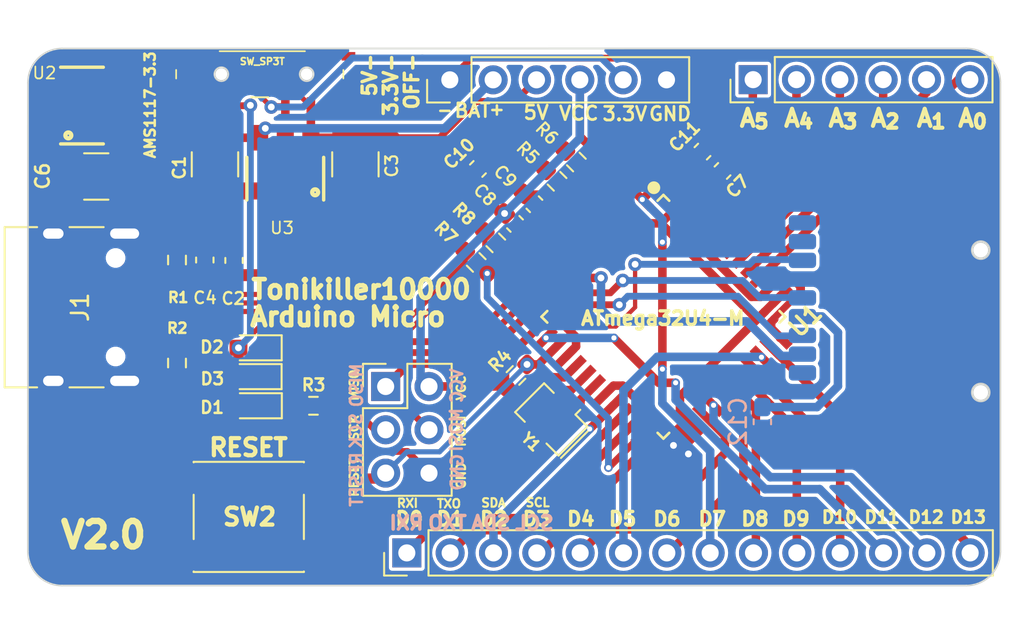
<source format=kicad_pcb>
(kicad_pcb (version 20240108) (generator "pcbnew") (generator_version "8.0")
  (layers (0 "F.Cu" signal) (31 "B.Cu" signal) (34 "B.Paste" user) (35 "F.Paste" user) (36 "B.SilkS" user "B.Silkscreen") (37 "F.SilkS" user "F.Silkscreen") (38 "B.Mask" user) (39 "F.Mask" user) (44 "Edge.Cuts" user))
  (net 0 "")
  (net 1 "VBUS")
  (net 2 "GND")
  (net 3 "VCC")
  (net 4 "D7")
  (net 5 "+3.3V")
  (net 6 "+3V3")
  (net 7 "D0{slash}RXI")
  (net 8 "D1{slash}TXO")
  (net 9 "D2")
  (net 10 "D3")
  (net 11 "D4")
  (net 12 "D5")
  (net 13 "A5")
  (net 14 "A4")
  (net 15 "A3")
  (net 16 "A2")
  (net 17 "A1")
  (net 18 "A0")
  (net 19 "VIN")
  (net 20 "MISO")
  (net 21 "SCK")
  (net 22 "RESET")
  (net 23 "MOSI")
  (net 24 "Net-(J1-CC1)")
  (net 25 "Net-(J1-CC2)")
  (net 26 "D+")
  (net 27 "D-")
  (net 28 "Net-(D2-K)")
  (net 29 "SD_CS")
  (net 30 "Net-(D1-K)")
  (net 31 "Net-(D3-K)")
  (net 33 "Net-(U1-AREF)")
  (net 34 "Net-(U1-VBUS)")
  (net 35 "Net-(U1-UCAP)")
  (net 36 "Net-(U1-D+)")
  (net 37 "Net-(U1-D-)")
  (net 38 "Net-(U1-PD5)")
  (net 39 "D11")
  (net 40 "Net-(U1-XTAL2)")
  (net 41 "Net-(U1-XTAL1)")
  (net 42 "D12")
  (net 43 "D6")
  (net 44 "D8")
  (net 45 "D9")
  (net 46 "D10")
  (net 47 "D13")
  (footprint "Capacitor_SMD:C_0603_1608Metric_Pad1.08x0.95mm_HandSolder" (layer "F.Cu") (at 123.805235 87.824765 90)
    (property "Reference" "C4")
    (property "Value" "10uF" (hide yes))
  )
  (footprint "ATmega32U4" (layer "F.Cu") (at 150.685235 91.154765 -45)
    (property "Reference" "U1")
    (property "Value" "ATmega32U4-M")
  )
  (footprint "Capacitor_SMD:C_0603_1608Metric_Pad1.08x0.95mm_HandSolder" (layer "F.Cu") (at 154.150059 82.598774 45)
    (property "Reference" "C7")
    (property "Value" "0.1uF")
  )
  (footprint "Capacitor_SMD:C_0603_1608Metric_Pad1.08x0.95mm_HandSolder" (layer "F.Cu") (at 141.985235 85.704765 135)
    (property "Reference" "C8")
    (property "Value" "1uF")
  )
  (footprint "Capacitor_SMD:C_0603_1608Metric_Pad1.08x0.95mm_HandSolder" (layer "F.Cu") (at 143.123677 84.552181 -45)
    (property "Reference" "C9")
    (property "Value" "1uF")
  )
  (footprint "Crystal:Resonator_SMD_Murata_CSTxExxV-3Pin_3.0x1.1mm" (layer "F.Cu") (at 144.115235 97.174765 135)
    (property "Reference" "Y1")
    (property "Value" "16MHz")
  )
  (footprint "Resistor_SMD:R_0603_1608Metric_Pad0.98x0.95mm_HandSolder" (layer "F.Cu") (at 142.045235 94.594765 45)
    (property "Reference" "R4")
    (property "Value" "10K")
  )
  (footprint "Capacitor_SMD:C_0603_1608Metric_Pad1.08x0.95mm_HandSolder" (layer "F.Cu") (at 152.975235 81.464765 -135)
    (property "Reference" "C11")
    (property "Value" "0.1uF")
  )
  (footprint "Connector_PinHeader_2.54mm:PinHeader_1x06_P2.54mm_Vertical" (layer "F.Cu") (at 155.945235 77.244765 90)
    (property "Reference" "J7" (hide yes))
    (property "Value" "Conn_01x06")
  )
  (footprint "MSK12C02:MSK12C02" (layer "F.Cu") (at 127.175 76.875 180)
    (property "Reference" "SW1" (hide yes))
    (property "Value" "SW_SP3T")
    (fp_circle (center 2.4 -0.05) (end 2.8 -0.05) (stroke (width 0.12)) (fill none) (layer "Edge.Cuts"))
    (fp_circle (center -2.6 -0.05) (end -2.2 -0.05) (stroke (width 0.12)) (fill none) (layer "Edge.Cuts"))
  )
  (footprint "Resistor_SMD:R_0603_1608Metric_Pad0.98x0.95mm_HandSolder" (layer "F.Cu") (at 130.172011 96.374765 180)
    (property "Reference" "R3")
    (property "Value" "1K")
  )
  (footprint "Resistor_SMD:R_0603_1608Metric_Pad0.98x0.95mm_HandSolder" (layer "F.Cu") (at 122.175235 93.867265 -90)
    (property "Reference" "R2")
    (property "Value" "5K1" (hide yes))
  )
  (footprint "LED_SMD:LED_0603_1608Metric_Pad1.05x0.95mm_HandSolder" (layer "F.Cu") (at 126.652011 92.974765 180)
    (property "Reference" "D2")
    (property "Value" "RX_LED")
  )
  (footprint "Resistor_SMD:R_0603_1608Metric_Pad0.98x0.95mm_HandSolder" (layer "F.Cu") (at 140.860393 86.818948 -45)
    (property "Reference" "R8")
    (property "Value" "330R")
  )
  (footprint "Capacitor_SMD:C_1210_3225Metric_Pad1.33x2.70mm_HandSolder" (layer "F.Cu") (at 124.40125 82.2125 -90)
    (property "Reference" "C1")
    (property "Value" "100uF")
  )
  (footprint "Capacitor_SMD:C_0603_1608Metric_Pad1.08x0.95mm_HandSolder" (layer "F.Cu") (at 125.517735 87.849765 90)
    (property "Reference" "C2")
    (property "Value" "0.1uF" (hide yes))
  )
  (footprint "78L05:PK(R-PSSO-F3)" (layer "F.Cu") (at 115.355235 78.764765 90)
    (property "Reference" "U2")
    (property "Value" "AMS1117-3.3")
  )
  (footprint "Resistor_SMD:R_0603_1608Metric_Pad0.98x0.95mm_HandSolder" (layer "F.Cu") (at 122.175235 87.824765 90)
    (property "Reference" "R1")
    (property "Value" "5K1" (hide yes))
  )
  (footprint "Connector_USB:USB_C_Receptacle_HRO_TYPE-C-31-M-12" (layer "F.Cu") (at 115.975235 90.594765 -90)
    (property "Reference" "J1")
    (property "Value" "USB-C" (hide yes))
  )
  (footprint "Connector_PinHeader_2.54mm:PinHeader_1x06_P2.54mm_Vertical" (layer "F.Cu") (at 138.165235 77.254765 90)
    (property "Reference" "J6" (hide yes))
    (property "Value" "Conn_01x06")
  )
  (footprint "Connector_PinHeader_2.54mm:PinHeader_2x03_P2.54mm_Vertical" (layer "F.Cu") (at 134.405235 95.244765)
    (property "Reference" "J5" (hide yes))
    (property "Value" "ICSP")
  )
  (footprint "Resistor_SMD:R_0603_1608Metric_Pad0.98x0.95mm_HandSolder" (layer "F.Cu") (at 144.45127 83.206911 135)
    (property "Reference" "R5")
    (property "Value" "22R")
  )
  (footprint "Resistor_SMD:R_0603_1608Metric_Pad0.98x0.95mm_HandSolder" (layer "F.Cu") (at 139.712011 87.964765 -45)
    (property "Reference" "R7")
    (property "Value" "330R")
  )
  (footprint "LED_SMD:LED_0603_1608Metric_Pad1.05x0.95mm_HandSolder" (layer "F.Cu") (at 126.659511 96.374765 180)
    (property "Reference" "D1")
    (property "Value" "POW")
  )
  (footprint "Capacitor_SMD:C_1210_3225Metric_Pad1.33x2.70mm_HandSolder" (layer "F.Cu") (at 117.442735 82.924765)
    (property "Reference" "C6")
    (property "Value" "10uF")
  )
  (footprint "Connector_PinHeader_2.54mm:PinHeader_1x14_P2.54mm_Vertical" (layer "F.Cu") (at 135.645235 105.004765 90)
    (property "Reference" "J4" (hide yes))
    (property "Value" "Conn_01x14")
  )
  (footprint "LED_SMD:LED_0603_1608Metric_Pad1.05x0.95mm_HandSolder" (layer "F.Cu") (at 126.647011 94.664765 180)
    (property "Reference" "D3")
    (property "Value" "TX_LED")
  )
  (footprint "Capacitor_SMD:C_0603_1608Metric_Pad1.08x0.95mm_HandSolder" (layer "F.Cu") (at 139.813677 82.482181 -135)
    (property "Reference" "C10")
    (property "Value" "1uF")
  )
  (footprint "Capacitor_SMD:C_1210_3225Metric_Pad1.33x2.70mm_HandSolder" (layer "F.Cu") (at 132.63125 82.2125 -90)
    (property "Reference" "C3")
    (property "Value" "100uF")
  )
  (footprint "78L05:PK(R-PSSO-F3)" (layer "F.Cu") (at 128.52125 84.3025 180)
    (property "Reference" "U3")
    (property "Value" "LM78L05_TO92" (hide yes))
  )
  (footprint "Resistor_SMD:R_0603_1608Metric_Pad0.98x0.95mm_HandSolder" (layer "F.Cu") (at 145.582641 82.07554 135)
    (property "Reference" "R6")
    (property "Value" "22R")
  )
  (footprint "Button_Switch_SMD:SW_Push_1P1T_NO_6x6mm_H9.5mm" (layer "F.Cu") (at 126.382011 102.894765 180)
    (property "Reference" "SW2")
    (property "Value" "RESET")
  )
  (footprint "" (layer "B.Cu") (at 158.835235 88.944765)
    (property "Reference" "")
    (property "Value" "")
  )
  (footprint "Capacitor_SMD:C_0603_1608Metric_Pad1.08x0.95mm_HandSolder" (layer "B.Cu") (at 156.485235 97.314765 -90)
    (property "Reference" "C12")
    (property "Value" "0.1u")
  )
  (footprint "" (layer "B.Cu") (at 158.835235 86.744765)
    (property "Reference" "")
    (property "Value" "")
  )
  (footprint "" (layer "B.Cu") (at 158.835235 93.344765)
    (property "Reference" "")
    (property "Value" "")
  )
  (footprint "" (layer "B.Cu") (at 158.835235 85.644765)
    (property "Reference" "")
    (property "Value" "")
  )
  (footprint "" (layer "B.Cu") (at 159.385235 84.094765 -90)
    (property "Reference" "")
    (property "Value" "")
  )
  (footprint "" (layer "B.Cu") (at 159.255235 99.244765 -90)
    (property "Reference" "")
    (property "Value" "")
  )
  (footprint "Connector_Wire:SolderWirePad_1x01_SMD_1x2mm" (layer "B.Cu") (at 158.835235 94.444765 -90)
    (property "Reference" "REF**" (hide yes))
    (property "Value" "SolderWirePad_1x01_SMD_1x2mm")
  )
  (footprint "" (layer "B.Cu") (at 158.835235 90.044765)
    (property "Reference" "")
    (property "Value" "")
  )
  (footprint "" (layer "B.Cu") (at 158.835235 92.244765)
    (property "Reference" "")
    (property "Value" "")
  )
  (footprint "" (layer "B.Cu") (at 158.835235 87.844765)
    (property "Reference" "")
    (property "Value" "")
  )
  (footprint "" (layer "B.Cu") (at 168.865235 99.644765 -90)
    (property "Reference" "")
    (property "Value" "")
  )
  (footprint "" (layer "B.Cu") (at 168.885235 84.344765 -90)
    (property "Reference" "")
    (property "Value" "")
  )
  (footprint "" (layer "B.Cu") (at 158.835235 91.144765)
    (property "Reference" "")
    (property "Value" "")
  )
  (gr_circle (center 150.125235 83.584765) (end 150.125235 83.884765) (stroke (width 0.15)) (fill solid) (layer "F.SilkS"))
  (gr_line (start 115.435235 75.419765) (end 168.435235 75.414759) (stroke (width 0.1)) (layer "Edge.Cuts"))
  (gr_circle (center 169.285235 95.594765) (end 169.785235 95.594765) (stroke (width 0.15)) (fill none) (layer "Edge.Cuts"))
  (gr_line (start 113.435235 104.924759) (end 113.440229 77.419765) (stroke (width 0.1)) (layer "Edge.Cuts"))
  (gr_arc (start 170.435235 104.919765) (mid 169.851213 106.332212) (end 168.440229 106.919765) (stroke (width 0.1)) (layer "Edge.Cuts"))
  (gr_arc (start 115.435235 106.919765) (mid 114.022788 106.335743) (end 113.435235 104.924759) (stroke (width 0.1)) (layer "Edge.Cuts"))
  (gr_arc (start 168.435235 75.414759) (mid 169.847684 75.998781) (end 170.435235 77.409765) (stroke (width 0.1)) (layer "Edge.Cuts"))
  (gr_circle (center 169.285235 87.244765) (end 169.785235 87.244765) (stroke (width 0.15)) (fill none) (layer "Edge.Cuts"))
  (gr_line (start 168.440229 106.919765) (end 115.435235 106.919765) (stroke (width 0.1)) (layer "Edge.Cuts"))
  (gr_line (start 170.435235 77.409765) (end 170.435235 104.919765) (stroke (width 0.1)) (layer "Edge.Cuts"))
  (gr_arc (start 113.440229 77.419765) (mid 114.024251 76.007316) (end 115.435235 75.419765) (stroke (width 0.1)) (layer "Edge.Cuts"))
  (gr_text "RESET" (at 132.7 100.7 90) (layer "B.SilkS") (effects (font (size 0.7 0.7)) (justify mirror)))
  (gr_text "SCL" (at 143.125 103.25 0) (layer "B.SilkS") (effects (font (size 0.8 0.8) (thickness 0.2)) (justify mirror)))
  (gr_text "VCC" (at 138.575 95.2 90) (layer "B.SilkS") (effects (font (size 0.7 0.7)) (justify mirror)))
  (gr_text "SDA" (at 140.574206 103.25 0) (layer "B.SilkS") (effects (font (size 0.8 0.8) (thickness 0.2)) (justify mirror)))
  (gr_text "MISO" (at 132.7 95.175 90) (layer "B.SilkS") (effects (font (size 0.7 0.7)) (justify mirror)))
  (gr_text "GND" (at 138.6 100.275 90) (layer "B.SilkS") (effects (font (size 0.7 0.7)) (justify mirror)))
  (gr_text "RXI" (at 135.625 103.25 0) (layer "B.SilkS") (effects (font (size 0.8 0.8) (thickness 0.2)) (justify mirror)))
  (gr_text "MOSI" (at 138.55 97.791666 90) (layer "B.SilkS") (effects (font (size 0.7 0.7)) (justify mirror)))
  (gr_text "TXO" (at 138.023413 103.25 0) (layer "B.SilkS") (effects (font (size 0.8 0.8) (thickness 0.2)) (justify mirror)))
  (gr_text "SCK" (at 132.675 97.85 90) (layer "B.SilkS") (effects (font (size 0.7 0.7)) (justify mirror)))
  (gr_text "GND" (at 151.075 79.25 0) (layer "F.SilkS") (effects (font (size 0.8 0.8) (thickness 0.16) (bold yes))))
  (gr_text "D2" (at 140.745235 103.014765 0) (layer "F.SilkS") (effects (font (size 0.8 0.8) (thickness 0.2))))
  (gr_text "D0" (at 135.795235 103.014765 0) (layer "F.SilkS") (effects (font (size 0.8 0.8) (thickness 0.2))))
  (gr_text "D7" (at 153.545235 103.014765 0) (layer "F.SilkS") (effects (font (size 0.8 0.8) (thickness 0.2))))
  (gr_text "D3" (at 143.245235 103.014765 0) (layer "F.SilkS") (effects (font (size 0.8 0.8) (thickness 0.2))))
  (gr_text "VCC" (at 138.832011 95.324765 90) (layer "F.SilkS") (effects (font (size 0.5 0.5) (thickness 0.125))))
  (gr_text "Tonikiller10000" (at 126.4 89.55 0) (layer "F.SilkS") (effects (font (size 1.1 1.1) (thickness 0.275) (bold yes)) (justify left)))
  (gr_text "-" (at 137.875 79.025 0) (layer "F.SilkS") (effects (font (size 0.7 0.7))))
  (gr_text "Arduino Micro" (at 126.325 91.15 0) (layer "F.SilkS") (effects (font (size 1.1 1.1) (thickness 0.275) (bold yes)) (justify left)))
  (gr_text "3.3V-\n" (at 134.7 77.55 90) (layer "F.SilkS") (effects (font (size 0.8 0.8) (thickness 0.2))))
  (gr_text "D5" (at 148.295235 103.014765 0) (layer "F.SilkS") (effects (font (size 0.8 0.8) (thickness 0.2))))
  (gr_text "D6" (at 150.895235 103.014765 0) (layer "F.SilkS") (effects (font (size 0.8 0.8) (thickness 0.2))))
  (gr_text "SDA" (at 140.725235 102.069765 0) (layer "F.SilkS") (effects (font (size 0.5 0.5) (thickness 0.125))))
  (gr_text "D10\n" (at 161.005235 102.91239 0) (layer "F.SilkS") (effects (font (size 0.7 0.7) (thickness 0.175))))
  (gr_text "V2.0" (at 117.862011 103.954765 0) (layer "F.SilkS") (effects (font (size 1.5 1.5) (thickness 0.375))))
  (gr_text "RXI" (at 135.685235 102.089765 0) (layer "F.SilkS") (effects (font (size 0.5 0.5) (thickness 0.125))))
  (gr_text "A_{3}" (at 161.205235 79.504765 0) (layer "F.SilkS") (effects (font (size 1 1) (thickness 0.24))))
  (gr_text "D8" (at 156.055235 103.014765 0) (layer "F.SilkS") (effects (font (size 0.8 0.8) (thickness 0.2))))
  (gr_text "D4" (at 145.845235 103.014765 0) (layer "F.SilkS") (effects (font (size 0.8 0.8) (thickness 0.2))))
  (gr_text "3.3V\n" (at 148.425 79.25 0) (layer "F.SilkS") (effects (font (size 0.8 0.8) (thickness 0.16) (bold yes))))
  (gr_text "5V-\n" (at 133.4625 76.978572 90) (layer "F.SilkS") (effects (font (size 0.8 0.8) (thickness 0.2))))
  (gr_text "D12" (at 166.085235 102.91239 0) (layer "F.SilkS") (effects (font (size 0.7 0.7) (thickness 0.175))))
  (gr_text "BAT" (at 139.5 79.05 0) (layer "F.SilkS") (effects (font (size 0.8 0.8) (thickness 0.16) (bold yes))))
  (gr_text "D13" (at 168.555235 102.91239 0) (layer "F.SilkS") (effects (font (size 0.7 0.7) (thickness 0.175) (bold yes))))
  (gr_text "SCK" (at 132.562011 97.654765 90) (layer "F.SilkS") (effects (font (size 0.5 0.5) (thickness 0.125))))
  (gr_text "TXO" (at 138.115235 102.119765 0) (layer "F.SilkS") (effects (font (size 0.5 0.5) (thickness 0.125))))
  (gr_text "A_{4}" (at 158.605235 79.504765 0) (layer "F.SilkS") (effects (font (size 1 1) (thickness 0.24))))
  (gr_text "D1" (at 138.195235 103.014765 0) (layer "F.SilkS") (effects (font (size 0.8 0.8) (thickness 0.2))))
  (gr_text "VCC\n" (at 145.725 79.225 0) (layer "F.SilkS") (effects (font (size 0.8 0.8) (thickness 0.16) (bold yes))))
  (gr_text "D11" (at 163.505235 102.91239 0) (layer "F.SilkS") (effects (font (size 0.7 0.7) (thickness 0.175))))
  (gr_text "OFF-\n" (at 135.9375 77.359524 90) (layer "F.SilkS") (effects (font (size 0.8 0.8) (thickness 0.2))))
  (gr_text "SCL" (at 143.315235 102.049765 0) (layer "F.SilkS") (effects (font (size 0.5 0.5) (thickness 0.125))))
  (gr_text "MOSI" (at 138.832011 97.864765 90) (layer "F.SilkS") (effects (font (size 0.5 0.5) (thickness 0.125))))
  (gr_text "D9\n" (at 158.455235 103.014765 0) (layer "F.SilkS") (effects (font (size 0.8 0.8) (thickness 0.2))))
  (gr_text "A_{1}" (at 166.380235 79.504765 0) (layer "F.SilkS") (effects (font (size 1 1) (thickness 0.24))))
  (gr_text "RESET" (at 132.562011 100.574765 90) (layer "F.SilkS") (effects (font (size 0.5 0.5) (thickness 0.125))))
  (gr_text "5V" (at 143.225 79.175 0) (layer "F.SilkS") (effects (font (size 0.8 0.8) (thickness 0.16) (bold yes))))
  (gr_text "MISO" (at 132.562011 95.164765 90) (layer "F.SilkS") (effects (font (size 0.5 0.5) (thickness 0.125))))
  (gr_text "GND" (at 138.832011 100.474765 90) (layer "F.SilkS") (effects (font (size 0.5 0.5) (thickness 0.125))))
  (gr_text "+" (at 140.925 78.975 0) (layer "F.SilkS") (effects (font (size 0.7 0.7))))
  (gr_text "A_{2}" (at 163.680235 79.504765 0) (layer "F.SilkS") (effects (font (size 1 1) (thickness 0.24))))
  (gr_text "A_{0}" (at 168.805235 79.504765 0) (layer "F.SilkS") (effects (font (size 1 1) (thickness 0.24))))
  (gr_text "A_{5}" (at 156.005235 79.504765 0) (layer "F.SilkS") (effects (font (size 1 1) (thickness 0.24))))
  (segment (start 135.075 85.375) (end 135.075 80.825) (width 0.7) (layer "F.Cu") (net 1))
  (segment (start 119.231251 88.144765) (end 120.020235 88.144765) (width 0.4) (layer "F.Cu") (net 1))
  (segment (start 120.020235 88.144765) (end 121.245235 88.144765) (width 0.4) (layer "F.Cu") (net 1))
  (segment (start 119.005235 77.264765) (end 122.160235 77.264765) (width 0.3) (layer "F.Cu") (net 1))
  (segment (start 121.245235 88.144765) (end 121.540235 87.849765) (width 0.4) (layer "F.Cu") (net 1))
  (segment (start 118.395235 92.174765) (end 118.395235 88.980781) (width 0.4) (layer "F.Cu") (net 1))
  (segment (start 129.975 78.775) (end 130.025 78.775) (width 0.3) (layer "F.Cu") (net 1))
  (segment (start 122.967735 87.849765) (end 123.805235 88.687265) (width 0.4) (layer "F.Cu") (net 1))
  (segment (start 130.02125 80.6525) (end 130.02125 78.77875) (width 0.5) (layer "F.Cu") (net 1))
  (segment (start 127.325 76.125) (end 129.975 78.775) (width 0.3) (layer "F.Cu") (net 1))
  (segment (start 137.575 80.65) (end 132.63125 80.65) (width 0.4) (layer "F.Cu") (net 1))
  (segment (start 141.975235 78.524765) (end 139.700235 78.524765) (width 0.4) (layer "F.Cu") (net 1))
  (segment (start 130.02125 78.77875) (end 130.025 78.775) (width 0.5) (layer "F.Cu") (net 1))
  (segment (start 130.02125 80.6525) (end 132.62875 80.6525) (width 0.5) (layer "F.Cu") (net 1))
  (segment (start 134.9 80.65) (end 132.63125 80.65) (width 0.7) (layer "F.Cu") (net 1))
  (segment (start 122.160235 77.264765) (end 123.3 76.125) (width 0.3) (layer "F.Cu") (net 1))
  (segment (start 125.517735 88.712265) (end 125.492735 88.687265) (width 0.7) (layer "F.Cu") (net 1))
  (segment (start 135.075 80.825) (end 134.9 80.65) (width 0.7) (layer "F.Cu") (net 1))
  (segment (start 139.700235 78.524765) (end 137.575 80.65) (width 0.4) (layer "F.Cu") (net 1))
  (segment (start 118.395235 88.980781) (end 119.231251 88.144765) (width 0.4) (layer "F.Cu") (net 1))
  (segment (start 119.265235 93.044765) (end 118.395235 92.174765) (width 0.4) (layer "F.Cu") (net 1))
  (segment (start 123.3 76.125) (end 127.325 76.125) (width 0.3) (layer "F.Cu") (net 1))
  (segment (start 120.020235 93.044765) (end 119.265235 93.044765) (width 0.4) (layer "F.Cu") (net 1))
  (segment (start 131.737735 88.712265) (end 135.075 85.375) (width 0.7) (layer "F.Cu") (net 1))
  (segment (start 121.540235 87.849765) (end 122.967735 87.849765) (width 0.4) (layer "F.Cu") (net 1))
  (segment (start 125.517735 88.712265) (end 131.737735 88.712265) (width 0.7) (layer "F.Cu") (net 1))
  (segment (start 143.245235 77.254765) (end 141.975235 78.524765) (width 0.4) (layer "F.Cu") (net 1))
  (segment (start 125.492735 88.687265) (end 123.805235 88.687265) (width 0.7) (layer "F.Cu") (net 1))
  (segment (start 119.005235 86.174765) (end 119.105235 86.274765) (width 0.5) (layer "F.Cu") (net 2))
  (segment (start 114.925235 86.274765) (end 114.925235 94.914765) (width 0.5) (layer "F.Cu") (net 2))
  (segment (start 151.602211 85.711741) (end 152.481287 84.832666) (width 0.5) (layer "F.Cu") (net 2))
  (segment (start 140.423557 81.882061) (end 140.423557 81.872301) (width 0.5) (layer "F.Cu") (net 2))
  (segment (start 120.175235 94.779765) (end 119.240235 94.779765) (width 0.5) (layer "F.Cu") (net 2))
  (segment (start 119.105235 94.914765) (end 121.202011 94.914765) (width 0.4) (layer "F.Cu") (net 2))
  (segment (start 128.29875 83.775) (end 128.52125 83.5525) (width 1) (layer "F.Cu") (net 2))
  (segment (start 137.192011 86.244765) (end 132.592011 90.844765) (width 0.3) (layer "F.Cu") (net 2))
  (segment (start 153.585115 83.163718) (end 153.540179 83.208654) (width 0.5) (layer "F.Cu") (net 2))
  (segment (start 150.865235 78.135005) (end 153.585115 80.854885) (width 0.5) (layer "F.Cu") (net 2))
  (segment (start 151.92451 98.05049) (end 151.275 98.7) (width 0.4) (layer "F.Cu") (net 2))
  (segment (start 157.15 91.254497) (end 158.725235 89.679262) (width 0.4) (layer "F.Cu") (net 2))
  (segment (start 151.92451 98.033641) (end 151.92451 98.97451) (width 0.4) (layer "F.Cu") (net 2))
  (segment (start 145.688787 85.044765) (end 144.975235 85.044765) (width 0.4) (layer "F.Cu") (net 2))
  (segment (start 138.165235 77.254765) (end 139.435235 75.984765) (width 0.4) (layer "F.Cu") (net 2))
  (segment (start 147.182935 86.538913) (end 145.688787 85.044765) (width 0.4) (layer "F.Cu") (net 2))
  (segment (start 142.483797 83.942301) (end 140.423557 81.882061) (width 0.5) (layer "F.Cu") (net 2))
  (segment (start 124.40125 83.775) (end 119.85547 83.775) (width 1) (layer "F.Cu") (net 2))
  (segment (start 124.40125 83.775) (end 128.29875 83.775) (width 1) (layer "F.Cu") (net 2))
  (segment (start 135.675235 99.054765) (end 133.732011 99.054765) (width 0.4) (layer "F.Cu") (net 2))
  (segment (start 157.007335 89.358714) (end 156.381284 89.984765) (width 0.5) (layer "F.Cu") (net 2))
  (segment (start 139.435235 75.984765) (end 149.595235 75.984765) (width 0.4) (layer "F.Cu") (net 2))
  (segment (start 122.175235 94.779765) (end 119.240235 94.779765) (width 0.4) (layer "F.Cu") (net 2))
  (segment (start 158.535235 89.189765) (end 158.105235 88.759765) (width 0.5) (layer "F.Cu") (net 2))
  (segment (start 123.830235 86.987265) (end 123.805235 86.962265) (width 0.5) (layer "F.Cu") (net 2))
  (segment (start 130.357011 105.144765) (end 132.125235 105.144765) (width 0.6) (layer "F.Cu") (net 2))
  (segment (start 136.945235 100.324765) (end 135.675235 99.054765) (width 0.4) (layer "F.Cu") (net 2))
  (segment (start 119.85547 83.775) (end 119.005235 82.924765) (width 1) (layer "F.Cu") (net 2))
  (segment (start 114.925235 94.914765) (end 114.925235 103.277989) (width 0.6) (layer "F.Cu") (net 2))
  (segment (start 142.760235 95.559765) (end 141.635235 96.684765) (width 0.5) (layer "F.Cu") (net 2))
  (segment (start 157 91.46955) (end 157.182526 91.287024) (width 0.5) (layer "F.Cu") (net 2))
  (segment (start 120.020235 93.844765) (end 120.020235 94.624765) (width 0.5) (layer "F.Cu") (net 2))
  (segment (start 122.407011 105.144765) (end 130.357011 105.144765) (width 0.6) (layer "F.Cu") (net 2))
  (segment (start 143.872771 83.942301) (end 142.513797 83.942301) (width 0.4) (layer "F.Cu") (net 2))
  (segment (start 156.381284 89.984765) (end 155.845235 89.984765) (width 0.5) (layer "F.Cu") (net 2))
  (segment (start 137.192011 83.318977) (end 137.192011 86.244765) (width 0.3) (layer "F.Cu") (net 2))
  (segment (start 150.865235 77.254765) (end 150.865235 78.135005) (width 0.5) (layer "F.Cu") (net 2))
  (segment (start 132.125235 105.144765) (end 136.945235 100.324765) (width 0.6) (layer "F.Cu") (net 2))
  (segment (start 125.517735 86.987265) (end 123.830235 86.987265) (width 0.5) (layer "F.Cu") (net 2))
  (segment (start 158.105235 88.759765) (end 157.606284 88.759765) (width 0.5) (layer "F.Cu") (net 2))
  (segment (start 153.540179 83.773774) (end 153.540179 83.208654) (width 0.5) (layer "F.Cu") (net 2))
  (segment (start 133.732011 99.054765) (end 131.084511 96.407265) (width 0.4) (layer "F.Cu") (net 2))
  (segment (start 122.175235 86.912265) (end 120.005235 86.912265) (width 0.5) (layer "F.Cu") (net 2))
  (segment (start 155.845235 89.984765) (end 151.602211 85.741741) (width 0.5) (layer "F.Cu") (net 2))
  (segment (start 137.995235 100.324765) (end 142.760235 95.559765) (width 0.5) (layer "F.Cu") (net 2))
  (segment (start 120.020235 94.624765) (end 120.175235 94.779765) (width 0.5) (layer "F.Cu") (net 2))
  (segment (start 157.606284 88.759765) (end 157.007335 89.358714) (width 0.5) (layer "F.Cu") (net 2))
  (segment (start 157.51904 92.39404) (end 157.564111 92.39404) (width 0.5) (layer "F.Cu") (net 2))
  (segment (start 120.005235 86.912265) (end 119.742735 86.912265) (width 0.5) (layer "F.Cu") (net 2))
  (segment (start 119.005235 80.264765) (end 119.005235 82.924765) (width 0.5) (layer "F.Cu") (net 2))
  (segment (start 149.595235 75.984765) (end 150.865235 77.254765) (width 0.4) (layer "F.Cu") (net 2))
  (segment (start 124.422011 90.844765) (end 123.012011 92.254765) (width 0.3) (layer "F.Cu") (net 2))
  (segment (start 132.592011 90.844765) (end 124.422011 90.844765) (width 0.3) (layer "F.Cu") (net 2))
  (segment (start 151.92451 98.97451) (end 152.15 99.2) (width 0.4) (layer "F.Cu") (net 2))
  (segment (start 143.615235 94.704765) (end 142.760235 95.559765) (width 0.5) (layer "F.Cu") (net 2))
  (segment (start 119.005235 82.924765) (end 119.005235 86.174765) (width 0.5) (layer "F.Cu") (net 2))
  (segment (start 141.635235 96.684765) (end 142.885235 97.934765) (width 0.5) (layer "F.Cu") (net 2))
  (segment (start 144.245235 94.704765) (end 143.615235 94.704765) (width 0.5) (layer "F.Cu") (net 2))
  (segment (start 120.020235 86.927265) (end 120.005235 86.912265) (width 0.5) (layer "F.Cu") (net 2))
  (segment (start 144.975235 85.044765) (end 143.872771 83.942301) (width 0.4) (layer "F.Cu") (net 2))
  (segment (start 120.020235 87.344765) (end 120.020235 86.927265) (width 0.5) (layer "F.Cu") (net 2))
  (segment (start 153.585115 80.854885) (end 153.585115 83.163718) (width 0.5) (layer "F.Cu") (net 2))
  (segment (start 123.012011 92.254765) (end 123.012011 93.942989) (width 0.3) (layer "F.Cu") (net 2))
  (segment (start 143.355235 97.934765) (end 144.115235 97.174765) (width 0.5) (layer "F.Cu") (net 2))
  (segment (start 128.74375 83.775) (end 128.52125 83.5525) (width 1) (layer "F.Cu") (net 2))
  (segment (start 119.105235 86.274765) (end 114.925235 86.274765) (width 0.5) (layer "F.Cu") (net 2))
  (segment (start 122.397011 105.154765) (end 122.407011 105.144765) (width 0.4) (layer "F.Cu") (net 2))
  (segment (start 140.423557 81.872301) (end 138.638687 81.872301) (width 0.3) (layer "F.Cu") (net 2))
  (segment (start 138.638687 81.872301) (end 137.192011 83.318977) (width 0.3) (layer "F.Cu") (net 2))
  (segment (start 136.945235 100.324765) (end 137.995235 100.324765) (width 0.5) (layer "F.Cu") (net 2))
  (segment (start 152.481287 84.832666) (end 153.540179 83.773774) (width 0.5) (layer "F.Cu") (net 2))
  (segment (start 116.802011 105.154765) (end 122.397011 105.154765) (width 0.6) (layer "F.Cu") (net 2))
  (segment (start 119.240235 94.779765) (end 119.105235 94.914765) (width 0.5) (layer "F.Cu") (net 2))
  (segment (start 123.755235 86.912265) (end 122.175235 86.912265) (width 0.5) (layer "F.Cu") (net 2))
  (segment (start 151.92451 98.033641) (end 151.92451 98.05049) (width 0.4) (layer "F.Cu") (net 2))
  (segment (start 157.564111 92.39404) (end 157 91.829929) (width 0.5) (layer "F.Cu") (net 2))
  (segment (start 158.725235 89.379765) (end 158.725235 89.679262) (width 0.5) (layer "F.Cu") (net 2))
  (segment (start 142.885235 97.934765) (end 143.355235 97.934765) (width 0.5) (layer "F.Cu") (net 2))
  (segment (start 123.805235 86.962265) (end 123.755235 86.912265) (width 0.5) (layer "F.Cu") (net 2))
  (segment (start 157 91.829929) (end 157 91.46955) (width 0.5) (layer "F.Cu") (net 2))
  (segment (start 123.012011 93.942989) (end 122.175235 94.779765) (width 0.3) (layer "F.Cu") (net 2))
  (segment (start 131.084511 96.407265) (end 131.084511 96.374765) (width 0.4) (layer "F.Cu") (net 2))
  (segment (start 114.925235 103.277989) (end 116.802011 105.154765) (width 0.6) (layer "F.Cu") (net 2))
  (segment (start 122.175235 94.779765) (end 120.175235 94.779765) (width 0.5) (layer "F.Cu") (net 2))
  (segment (start 132.63125 83.775) (end 128.74375 83.775) (width 1) (layer "F.Cu") (net 2))
  (segment (start 151.602211 85.741741) (end 151.602211 85.711741) (width 0.5) (layer "F.Cu") (net 2))
  (segment (start 158.535235 89.189765) (end 158.725235 89.379765) (width 0.5) (layer "F.Cu") (net 2))
  (segment (start 158.725235 89.379765) (end 158.725235 89.749765) (width 0.5) (layer "F.Cu") (net 2))
  (segment (start 145.494647 94.082328) (end 144.87221 94.704765) (width 0.5) (layer "F.Cu") (net 2))
  (segment (start 119.742735 86.912265) (end 119.105235 86.274765) (width 0.5) (layer "F.Cu") (net 2))
  (segment (start 144.87221 94.704765) (end 144.245235 94.704765) (width 0.5) (layer "F.Cu") (net 2))
  (via (at 151.275 98.7) (size 0.8) (drill 0.4) (layers "F.Cu" "B.Cu") (net 2))
  (via (at 152.15 99.2) (size 0.8) (drill 0.4) (layers "F.Cu" "B.Cu") (net 2))
  (segment (start 156.485235 98.177265) (end 158.187735 98.177265) (width 0.5) (layer "B.Cu") (net 2))
  (segment (start 158.187735 98.177265) (end 159.255235 99.244765) (width 0.5) (layer "B.Cu") (net 2))
  (segment (start 149.731284 85.674765) (end 150.525636 85.674765) (width 0.5) (layer "F.Cu") (net 3))
  (segment (start 137.985235 95.244765) (end 137.995235 95.254765) (width 0.5) (layer "F.Cu") (net 3))
  (segment (start 156.179601 91.3) (end 156.16047 91.3) (width 0.5) (layer "F.Cu") (net 3))
  (segment (start 125.772011 94.664765) (end 125.777011 94.659765) (width 0.6) (layer "F.Cu") (net 3))
  (segment (start 141.206621 85.094885) (end 141.375355 85.094885) (width 0.5) (layer "F.Cu") (net 3))
  (segment (start 156.6273 90.8523) (end 151.654975 95.824625) (width 0.5) (layer "F.Cu") (net 3))
  (segment (start 144.937871 93.525553) (end 145.565235 92.898189) (width 0.5) (layer "F.Cu") (net 3))
  (segment (start 125.525 78.775) (end 126.45 78.775) (width 0.4) (layer "F.Cu") (net 3))
  (segment (start 150.582281 85.61812) (end 151.924511 84.27589) (width 0.5) (layer "F.Cu") (net 3))
  (segment (start 157.564111 89.91549) (end 156.6273 90.8523) (width 0.5) (layer "F.Cu") (net 3))
  (segment (start 151.654975 96.650554) (end 152.481286 97.476865) (width 0.5) (layer "F.Cu") (net 3))
  (segment (start 145.565235 92.898189) (end 145.565235 92.344765) (width 0.5) (layer "F.Cu") (net 3))
  (segment (start 148.889185 84.832666) (end 149.731284 85.674765) (width 0.5) (layer "F.Cu") (net 3))
  (segment (start 145.785235 80.574765) (end 145.785235 77.254765) (width 0.5) (layer "F.Cu") (net 3))
  (segment (start 132.782011 91.364765) (end 127.387011 91.364765) (width 0.3) (layer "F.Cu") (net 3))
  (segment (start 127.387011 91.364765) (end 125.777011 92.974765) (width 0.3) (layer "F.Cu") (net 3))
  (segment (start 144.435235 91.214765) (end 143.895235 91.214765) (width 0.5) (layer "F.Cu") (net 3))
  (segment (start 150.582281 85.721811) (end 150.582281 85.61812) (width 0.5) (layer "F.Cu") (net 3))
  (segment (start 150.525636 85.674765) (end 150.582281 85.61812) (width 0.5) (layer "F.Cu") (net 3))
  (segment (start 125.784511 96.374765) (end 125.784511 94.677265) (width 0.6) (layer "F.Cu") (net 3))
  (segment (start 156.6273 90.8523) (end 156.179601 91.3) (width 0.5) (layer "F.Cu") (net 3))
  (segment (start 143.895235 91.214765) (end 141.4 93.71) (width 0.5) (layer "F.Cu") (net 3))
  (segment (start 141.4 95.24) (end 136.95 95.24) (width 0.5) (layer "F.Cu") (net 3))
  (segment (start 156.16047 91.3) (end 150.582281 85.721811) (width 0.5) (layer "F.Cu") (net 3))
  (segment (start 147.905235 83.848716) (end 147.905235 82.694765) (width 0.5) (layer "F.Cu") (net 3))
  (segment (start 137.692011 84.603847) (end 137.692011 86.454765) (width 0.3) (layer "F.Cu") (net 3))
  (segment (start 136.95 95.24) (end 136.945235 95.244765) (width 0.5) (layer "F.Cu") (net 3))
  (segment (start 151.654975 95.824625) (end 151.654975 96.650554) (width 0.5) (layer "F.Cu") (net 3))
  (segment (start 148.889184 84.832665) (end 147.905235 83.848716) (width 0.5) (layer "F.Cu") (net 3))
  (segment (start 145.565235 92.344765) (end 144.435235 91.214765) (width 0.5) (layer "F.Cu") (net 3))
  (segment (start 125.777011 94.659765) (end 125.777011 92.974765) (width 0.6) (layer "F.Cu") (net 3))
  (segment (start 137.692011 86.454765) (end 132.782011 91.364765) (width 0.3) (layer "F.Cu") (net 3))
  (segment (start 125.784511 94.677265) (end 125.772011 94.664765) (width 0.6) (layer "F.Cu") (net 3))
  (segment (start 139.203797 83.092061) (end 141.206621 85.094885) (width 0.5) (layer "F.Cu") (net 3))
  (segment (start 139.203797 83.092061) (end 137.692011 84.603847) (width 0.3) (layer "F.Cu") (net 3))
  (segment (start 136.945235 95.244765) (end 137.985235 95.244765) (width 0.5) (layer "F.Cu") (net 3))
  (segment (start 141.4 93.71) (end 141.4 95.24) (width 0.5) (layer "F.Cu") (net 3))
  (segment (start 147.905235 82.694765) (end 145.785235 80.574765) (width 0.5) (layer "F.Cu") (net 3))
  (segment (start 126.45 78.775) (end 126.475 78.75) (width 0.4) (layer "F.Cu") (net 3))
  (via (at 141.375355 85.094885) (size 0.8) (drill 0.4) (layers "F.Cu" "B.Cu") (net 3))
  (via (at 125.777011 92.974765) (size 0.8) (drill 0.4) (layers "F.Cu" "B.Cu") (net 3))
  (via (at 126.475 78.75) (size 0.8) (drill 0.4) (layers "F.Cu" "B.Cu") (net 3))
  (segment (start 136.450235 90.020005) (end 136.450235 94.749765) (width 0.5) (layer "B.Cu") (net 3))
  (segment (start 136.450235 94.749765) (end 136.945235 95.244765) (width 0.5) (layer "B.Cu") (net 3))
  (segment (start 126.475 92.276776) (end 125.777011 92.974765) (width 0.4) (layer "B.Cu") (net 3))
  (segment (start 141.375355 85.094885) (end 136.450235 90.020005) (width 0.5) (layer "B.Cu") (net 3))
  (segment (start 145.785235 80.685005) (end 145.785235 77.254765) (width 0.5) (layer "B.Cu") (net 3))
  (segment (start 126.475 78.75) (end 126.475 92.276776) (width 0.4) (layer "B.Cu") (net 3))
  (segment (start 141.375355 85.094885) (end 145.785235 80.685005) (width 0.5) (layer "B.Cu") (net 3))
  (segment (start 150.625235 94.224765) (end 150.625235 86.774765) (width 0.5) (layer "F.Cu") (net 4))
  (segment (start 149.44596 84.27589) (end 151.647205 82.074645) (width 0.5) (layer "F.Cu") (net 4))
  (segment (start 151.647205 82.074645) (end 152.365355 82.074645) (width 0.5) (layer "F.Cu") (net 4))
  (via (at 150.625235 86.774765) (size 0.5) (drill 0.3) (layers "F.Cu" "B.Cu") (net 4))
  (via (at 149.44596 84.275889) (size 0.5) (drill 0.3) (layers "F.Cu" "B.Cu") (net 4))
  (via (at 150.625235 94.224765) (size 0.5) (drill 0.3) (layers "F.Cu" "B.Cu") (net 4))
  (segment (start 153.425235 99.034715) (end 153.425235 105.004765) (width 0.5) (layer "B.Cu") (net 4))
  (segment (start 150.625235 85.455164) (end 149.44596 84.275889) (width 0.5) (layer "B.Cu") (net 4))
  (segment (start 150.625235 86.774765) (end 150.625235 85.455164) (width 0.5) (layer "B.Cu") (net 4))
  (segment (start 150.625235 94.224765) (end 150.625235 96.234715) (width 0.5) (layer "B.Cu") (net 4))
  (segment (start 150.625235 96.234715) (end 153.425235 99.034715) (width 0.5) (layer "B.Cu") (net 4))
  (segment (start 118.855235 78.764765) (end 122.385235 78.764765) (width 0.3) (layer "F.Cu") (net 5))
  (segment (start 127.7 78.85) (end 128.45 78.85) (width 0.4) (layer "F.Cu") (net 5))
  (segment (start 115.880235 78.989765) (end 116.105235 78.764765) (width 0.5) (layer "F.Cu") (net 5))
  (segment (start 127.625 78.775) (end 128.525 78.775) (width 0.3) (layer "F.Cu") (net 5))
  (segment (start 122.385235 78.764765) (end 123.325 77.825) (width 0.3) (layer "F.Cu") (net 5))
  (segment (start 123.325 77.825) (end 126.675 77.825) (width 0.3) (layer "F.Cu") (net 5))
  (segment (start 126.675 77.825) (end 127.625 78.775) (width 0.3) (layer "F.Cu") (net 5))
  (segment (start 128.45 78.85) (end 128.525 78.775) (width 0.4) (layer "F.Cu") (net 5))
  (segment (start 115.880235 82.924765) (end 115.880235 78.989765) (width 0.5) (layer "F.Cu") (net 5))
  (via (at 127.7 78.85) (size 0.8) (drill 0.4) (layers "F.Cu" "B.Cu") (net 5))
  (segment (start 132.45 75.975) (end 129.625 78.8) (width 0.4) (layer "B.Cu") (net 5))
  (segment (start 129.625 78.8) (end 129.575 78.85) (width 0.4) (layer "B.Cu") (net 5))
  (segment (start 148.325235 77.254765) (end 147.04547 75.975) (width 0.4) (layer "B.Cu") (net 5))
  (segment (start 147.04547 75.975) (end 136.55 75.975) (width 0.4) (layer "B.Cu") (net 5))
  (segment (start 129.575 78.85) (end 127.7 78.85) (width 0.4) (layer "B.Cu") (net 5))
  (segment (start 136.55 75.975) (end 132.45 75.975) (width 0.4) (layer "B.Cu") (net 5))
  (segment (start 159.687735 96.452265) (end 160.915235 95.224765) (width 0.5) (layer "B.Cu") (net 6))
  (segment (start 160.915235 95.224765) (end 160.915235 92.074765) (width 0.5) (layer "B.Cu") (net 6))
  (segment (start 159.975235 91.134765) (end 158.835235 91.134765) (width 0.5) (layer "B.Cu") (net 6))
  (segment (start 160.915235 92.074765) (end 159.975235 91.134765) (width 0.5) (layer "B.Cu") (net 6))
  (segment (start 156.485235 96.452265) (end 159.687735 96.452265) (width 0.5) (layer "B.Cu") (net 6))
  (segment (start 148.314447 96.902129) (end 142.251811 102.964765) (width 0.5) (layer "F.Cu") (net 7))
  (segment (start 137.685235 102.964765) (end 135.645235 105.004765) (width 0.5) (layer "F.Cu") (net 7))
  (segment (start 142.251811 102.964765) (end 137.685235 102.964765) (width 0.5) (layer "F.Cu") (net 7))
  (segment (start 139.515235 103.674765) (end 138.185235 105.004765) (width 0.5) (layer "F.Cu") (net 8))
  (segment (start 142.691284 103.674765) (end 139.515235 103.674765) (width 0.5) (layer "F.Cu") (net 8))
  (segment (start 148.889184 97.476865) (end 142.691284 103.674765) (width 0.5) (layer "F.Cu") (net 8))
  (segment (start 146.363623 97.736377) (end 147.754647 96.345353) (width 0.5) (layer "F.Cu") (net 9))
  (segment (start 147.754647 96.345353) (end 147.757672 96.345353) (width 0.5) (layer "F.Cu") (net 9))
  (via (at 146.363623 97.736377) (size 0.5) (drill 0.3) (layers "F.Cu" "B.Cu") (net 9))
  (segment (start 146.363623 97.736377) (end 140.725235 103.374765) (width 0.5) (layer "B.Cu") (net 9))
  (segment (start 140.725235 103.374765) (end 140.725235 105.004765) (width 0.5) (layer "B.Cu") (net 9))
  (segment (start 148.305235 95.194765) (end 150.615235 97.504765) (width 0.5) (layer "F.Cu") (net 10))
  (segment (start 147.182935 95.770617) (end 147.758787 95.194765) (width 0.5) (layer "F.Cu") (net 10))
  (segment (start 147.758787 95.194765) (end 148.305235 95.194765) (width 0.5) (layer "F.Cu") (net 10))
  (segment (start 143.515235 105.004765) (end 143.265235 105.004765) (width 0.5) (layer "F.Cu") (net 10))
  (segment (start 150.615235 97.504765) (end 150.615235 97.904765) (width 0.5) (layer "F.Cu") (net 10))
  (segment (start 150.615235 97.904765) (end 143.515235 105.004765) (width 0.5) (layer "F.Cu") (net 10))
  (segment (start 149.825235 103.624765) (end 147.185235 103.624765) (width 0.5) (layer "F.Cu") (net 11))
  (segment (start 154.285235 98.131341) (end 154.285235 99.164765) (width 0.5) (layer "F.Cu") (net 11))
  (segment (start 154.285235 99.164765) (end 149.825235 103.624765) (width 0.5) (layer "F.Cu") (net 11))
  (segment (start 147.185235 103.624765) (end 145.805235 105.004765) (width 0.5) (layer "F.Cu") (net 11))
  (segment (start 153.056023 96.902129) (end 154.285235 98.131341) (width 0.5) (layer "F.Cu") (net 11))
  (via (at 156.432599 93.525553) (size 0.5) (drill 0.3) (layers "F.Cu" "B.Cu") (net 12))
  (segment (start 156.411811 93.504765) (end 156.432599 93.525553) (width 0.5) (layer "B.Cu") (net 12))
  (segment (start 148.345235 105.004765) (end 148.345235 95.484765) (width 0.5) (layer "B.Cu") (net 12))
  (segment (start 150.325235 93.504765) (end 156.411811 93.504765) (width 0.5) (layer "B.Cu") (net 12))
  (segment (start 148.345235 95.484765) (end 150.325235 93.504765) (width 0.5) (layer "B.Cu") (net 12))
  (segment (start 155.925235 83.651742) (end 155.925235 77.364765) (width 0.5) (layer "F.Cu") (net 13))
  (segment (start 153.612799 85.964178) (end 155.925235 83.651742) (width 0.5) (layer "F.Cu") (net 13))
  (segment (start 154.187535 86.538915) (end 158.485235 82.241215) (width 0.5) (layer "F.Cu") (net 14))
  (segment (start 158.485235 82.241215) (end 158.485235 77.244765) (width 0.5) (layer "F.Cu") (net 14))
  (segment (start 161.025235 80.814767) (end 161.025235 77.244765) (width 0.5) (layer "F.Cu") (net 15))
  (segment (start 154.744311 87.095691) (end 161.025235 80.814767) (width 0.5) (layer "F.Cu") (net 15))
  (segment (start 163.565235 79.388319) (end 163.565235 77.244765) (width 0.5) (layer "F.Cu") (net 16))
  (segment (start 155.301087 87.652467) (end 163.565235 79.388319) (width 0.5) (layer "F.Cu") (net 16))
  (segment (start 155.875823 88.227203) (end 166.105235 77.997791) (width 0.5) (layer "F.Cu") (net 17))
  (segment (start 166.105235 77.997791) (end 166.105235 77.244765) (width 0.5) (layer "F.Cu") (net 17))
  (segment (start 167.971812 77.244765) (end 168.645235 77.244765) (width 0.5) (layer "F.Cu") (net 18))
  (segment (start 156.432599 88.783978) (end 167.971812 77.244765) (width 0.5) (layer "F.Cu") (net 18))
  (segment (start 127.02125 80.6525) (end 127.02125 80.42875) (width 0.5) (layer "F.Cu") (net 19))
  (segment (start 127.02125 80.6525) (end 124.40375 80.6525) (width 0.5) (layer "F.Cu") (net 19))
  (segment (start 127.02125 80.42875) (end 127.35 80.1) (width 0.5) (layer "F.Cu") (net 19))
  (via (at 127.35 80.1) (size 0.8) (drill 0.4) (layers "F.Cu" "B.Cu") (net 19))
  (segment (start 127.35 80.1) (end 137.86 80.1) (width 0.5) (layer "B.Cu") (net 19))
  (segment (start 137.86 80.1) (end 140.705235 77.254765) (width 0.5) (layer "B.Cu") (net 19))
  (segment (start 144.75 90.65) (end 144.540869 90.65) (width 0.25) (layer "F.Cu") (net 20))
  (segment (start 145.775 91.725) (end 144.75 90.7) (width 0.25) (layer "F.Cu") (net 20))
  (segment (start 134.405235 95.244765) (end 135.745235 93.904765) (width 0.5) (layer "F.Cu") (net 20))
  (segment (start 139.817084 93.904765) (end 143.806359 89.91549) (width 0.5) (layer "F.Cu") (net 20))
  (segment (start 147.9 91.725) (end 145.775 91.725) (width 0.25) (layer "F.Cu") (net 20))
  (segment (start 135.745235 93.904765) (end 139.817084 93.904765) (width 0.5) (layer "F.Cu") (net 20))
  (segment (start 149.025 88.075) (end 149.025 90.6) (width 0.25) (layer "F.Cu") (net 20))
  (segment (start 149.025 90.6) (end 147.9 91.725) (width 0.25) (layer "F.Cu") (net 20))
  (segment (start 144.540869 90.65) (end 143.806359 89.91549) (width 0.25) (layer "F.Cu") (net 20))
  (segment (start 144.75 90.7) (end 144.75 90.65) (width 0.25) (layer "F.Cu") (net 20))
  (via (at 149.025 88.075) (size 0.8) (drill 0.4) (layers "F.Cu" "B.Cu") (net 20))
  (segment (start 155.725 88.075) (end 156 87.8) (width 0.4) (layer "B.Cu") (net 20))
  (segment (start 156 87.8) (end 158.775 87.8) (width 0.4) (layer "B.Cu") (net 20))
  (segment (start 149.025 88.075) (end 155.725 88.075) (width 0.4) (layer "B.Cu") (net 20))
  (segment (start 133.775235 97.784765) (end 132.535235 96.544765) (width 0.4) (layer "F.Cu") (net 21))
  (segment (start 148.3 89.025) (end 147.575 89.75) (width 0.4) (layer "F.Cu") (net 21))
  (segment (start 132.535235 93.924765) (end 133.845235 92.614765) (width 0.4) (layer "F.Cu") (net 21))
  (segment (start 132.535235 96.544765) (end 132.535235 93.924765) (width 0.4) (layer "F.Cu") (net 21))
  (segment (start 142.045235 89.174765) (end 143.115235 88.104765) (width 0.4) (layer "F.Cu") (net 21))
  (segment (start 145.903894 89.75) (end 144.937871 88.783977) (width 0.4) (layer "F.Cu") (net 21))
  (segment (start 147.575 89.75) (end 145.903894 89.75) (width 0.4) (layer "F.Cu") (net 21))
  (segment (start 142.045235 89.844765) (end 142.045235 89.174765) (width 0.4) (layer "F.Cu") (net 21))
  (segment (start 133.845235 92.614765) (end 139.275235 92.614765) (width 0.4) (layer "F.Cu") (net 21))
  (segment (start 143.115235 88.104765) (end 144.258659 88.104765) (width 0.4) (layer "F.Cu") (net 21))
  (segment (start 134.405235 97.784765) (end 133.775235 97.784765) (width 0.4) (layer "F.Cu") (net 21))
  (segment (start 144.258659 88.104765) (end 144.937871 88.783977) (width 0.4) (layer "F.Cu") (net 21))
  (segment (start 139.275235 92.614765) (end 142.045235 89.844765) (width 0.4) (layer "F.Cu") (net 21))
  (via (at 148.3 89.025) (size 0.8) (drill 0.4) (layers "F.Cu" "B.Cu") (net 21))
  (segment (start 155.325 89.025) (end 156.325 90.025) (width 0.4) (layer "B.Cu") (net 21))
  (segment (start 156.325 90.025) (end 158.575 90.025) (width 0.4) (layer "B.Cu") (net 21))
  (segment (start 148.3 89.025) (end 155.325 89.025) (width 0.4) (layer "B.Cu") (net 21))
  (segment (start 130.357011 100.644765) (end 134.085235 100.644765) (width 0.6) (layer "F.Cu") (net 22))
  (segment (start 144.363135 92.950816) (end 143.364421 93.94953) (width 0.5) (layer "F.Cu") (net 22))
  (segment (start 143.364421 93.94953) (end 142.69047 93.94953) (width 0.5) (layer "F.Cu") (net 22))
  (segment (start 134.085235 100.644765) (end 134.405235 100.324765) (width 0.6) (layer "F.Cu") (net 22))
  (via (at 142.69047 93.94953) (size 0.8) (drill 0.4) (layers "F.Cu" "B.Cu") (net 22))
  (segment (start 137.565 99.075) (end 142.69047 93.94953) (width 0.3) (layer "B.Cu") (net 22))
  (segment (start 134.405235 100.324765) (end 135.655 99.075) (width 0.3) (layer "B.Cu") (net 22))
  (segment (start 135.655 99.075) (end 137.565 99.075) (width 0.3) (layer "B.Cu") (net 22))
  (segment (start 139.547846 93.254765) (end 142.655235 90.147376) (width 0.4) (layer "F.Cu") (net 23))
  (segment (start 135.665235 96.504765) (end 133.385235 96.504765) (width 0.4) (layer "F.Cu") (net 23))
  (segment (start 143.409688 88.704765) (end 143.709186 88.704765) (width 0.4) (layer "F.Cu") (net 23))
  (segment (start 142.655235 90.147376) (end 142.655235 89.459218) (width 0.4) (layer "F.Cu") (net 23))
  (segment (start 145.454421 90.45) (end 144.363135 89.358714) (width 0.4) (layer "F.Cu") (net 23))
  (segment (start 133.385235 96.504765) (end 133.155235 96.274765) (width 0.4) (layer "F.Cu") (net 23))
  (segment (start 142.655235 89.459218) (end 143.409688 88.704765) (width 0.4) (layer "F.Cu") (net 23))
  (segment (start 133.155235 96.274765) (end 133.155235 94.154765) (width 0.4) (layer "F.Cu") (net 23))
  (segment (start 136.945235 97.784765) (end 135.665235 96.504765) (width 0.4) (layer "F.Cu") (net 23))
  (segment (start 148.1 90.45) (end 145.454421 90.45) (width 0.4) (layer "F.Cu") (net 23))
  (segment (start 143.709186 88.704765) (end 144.363135 89.358714) (width 0.4) (layer "F.Cu") (net 23))
  (segment (start 134.055235 93.254765) (end 139.547846 93.254765) (width 0.4) (layer "F.Cu") (net 23))
  (segment (start 133.155235 94.154765) (end 134.055235 93.254765) (width 0.4) (layer "F.Cu") (net 23))
  (via (at 148.1 90.45) (size 0.8) (drill 0.4) (layers "F.Cu" "B.Cu") (net 23))
  (segment (start 148.1 90.45) (end 148.6 89.95) (width 0.4) (layer "B.Cu") (net 23))
  (segment (start 157.375 92.275) (end 158.85 92.275) (width 0.4) (layer "B.Cu") (net 23))
  (segment (start 148.6 89.95) (end 155.05 89.95) (width 0.4) (layer "B.Cu") (net 23))
  (segment (start 155.05 89.95) (end 157.375 92.275) (width 0.4) (layer "B.Cu") (net 23))
  (segment (start 120.020235 89.344765) (end 121.567735 89.344765) (width 0.3) (layer "F.Cu") (net 24))
  (segment (start 121.567735 89.344765) (end 122.175235 88.737265) (width 0.3) (layer "F.Cu") (net 24))
  (segment (start 120.020235 92.344765) (end 121.565235 92.344765) (width 0.3) (layer "F.Cu") (net 25))
  (segment (start 121.565235 92.344765) (end 122.175235 92.954765) (width 0.3) (layer "F.Cu") (net 25))
  (segment (start 141.552038 80.544765) (end 141.331588 80.544765) (width 0.3) (layer "F.Cu") (net 26))
  (segment (start 120.020235 91.344765) (end 119.987735 91.344765) (width 0.3) (layer "F.Cu") (net 26))
  (segment (start 141.741813 80.734541) (end 141.741813 80.73454) (width 0.3) (layer "F.Cu") (net 26))
  (segment (start 143.806035 82.561676) (end 143.183567 81.939208) (width 0.3) (layer "F.Cu") (net 26))
  (segment (start 139.259117 80.544765) (end 136.692011 83.111871) (width 0.3) (layer "F.Cu") (net 26))
  (segment (start 143.183567 81.939208) (end 143.183567 81.196744) (width 0.3) (layer "F.Cu") (net 26))
  (segment (start 142.341813 80.73454) (end 142.341813 80.734541) (width 0.3) (layer "F.Cu") (net 26))
  (segment (start 136.692011 86.034765) (end 132.382011 90.344765) (width 0.3) (layer "F.Cu") (net 26))
  (segment (start 132.382011 90.344765) (end 120.020235 90.344765) (width 0.3) (layer "F.Cu") (net 26))
  (segment (start 142.152038 80.924316) (end 141.931588 80.924316) (width 0.3) (layer "F.Cu") (net 26))
  (segment (start 120.905235 91.344765) (end 120.020235 91.344765) (width 0.3) (layer "F.Cu") (net 26))
  (segment (start 120.915235 90.344765) (end 121.095235 90.524765) (width 0.3) (layer "F.Cu") (net 26))
  (segment (start 121.095235 91.154765) (end 120.905235 91.344765) (width 0.3) (layer "F.Cu") (net 26))
  (segment (start 121.095235 90.524765) (end 121.095235 91.154765) (width 0.3) (layer "F.Cu") (net 26))
  (segment (start 143.183567 81.196744) (end 142.531588 80.544765) (width 0.3) (layer "F.Cu") (net 26))
  (segment (start 136.692011 83.111871) (end 136.692011 86.034765) (width 0.3) (layer "F.Cu") (net 26))
  (segment (start 119.987735 90.344765) (end 120.915235 90.344765) (width 0.3) (layer "F.Cu") (net 26))
  (segment (start 141.331588 80.544765) (end 139.259117 80.544765) (width 0.3) (layer "F.Cu") (net 26))
  (arc (start 141.741813 80.73454) (mid 141.686229 80.600349) (end 141.552038 80.544765) (width 0.3) (layer "F.Cu") (net 26))
  (arc (start 142.341813 80.734541) (mid 142.286229 80.868732) (end 142.152038 80.924316) (width 0.3) (layer "F.Cu") (net 26))
  (arc (start 141.931588 80.924316) (mid 141.797397 80.868732) (end 141.741813 80.734541) (width 0.3) (layer "F.Cu") (net 26))
  (arc (start 142.531588 80.544765) (mid 142.397397 80.600349) (end 142.341813 80.73454) (width 0.3) (layer "F.Cu") (net 26))
  (segment (start 119.135235 90.844765) (end 118.945235 90.654765) (width 0.3) (layer "F.Cu") (net 27))
  (segment (start 143.229402 80.464765) (end 143.222011 80.464765) (width 0.3) (layer "F.Cu") (net 27))
  (segment (start 136.192011 82.904765) (end 136.192011 85.824765) (width 0.3) (layer "F.Cu") (net 27))
  (segment (start 144.314938 80.807837) (end 143.572474 80.807837) (width 0.3) (layer "F.Cu") (net 27))
  (segment (start 143.572474 80.807837) (end 143.229402 80.464765) (width 0.3) (layer "F.Cu") (net 27))
  (segment (start 143.222011 80.464765) (end 142.802011 80.044765) (width 0.3) (layer "F.Cu") (net 27))
  (segment (start 119.145235 89.844765) (end 120.020235 89.844765) (width 0.3) (layer "F.Cu") (net 27))
  (segment (start 118.945235 90.654765) (end 118.945235 90.044765) (width 0.3) (layer "F.Cu") (net 27))
  (segment (start 120.020235 90.844765) (end 119.135235 90.844765) (width 0.3) (layer "F.Cu") (net 27))
  (segment (start 136.192011 85.824765) (end 132.172011 89.844765) (width 0.3) (layer "F.Cu") (net 27))
  (segment (start 139.052011 80.044765) (end 136.192011 82.904765) (width 0.3) (layer "F.Cu") (net 27))
  (segment (start 118.945235 90.044765) (end 119.145235 89.844765) (width 0.3) (layer "F.Cu") (net 27))
  (segment (start 132.172011 89.844765) (end 120.020235 89.844765) (width 0.3) (layer "F.Cu") (net 27))
  (segment (start 142.802011 80.044765) (end 139.052011 80.044765) (width 0.3) (layer "F.Cu") (net 27))
  (segment (start 144.937406 81.430305) (end 144.314938 80.807837) (width 0.3) (layer "F.Cu") (net 27))
  (segment (start 139.066776 87.972894) (end 135.474905 91.564765) (width 0.3) (layer "F.Cu") (net 28))
  (segment (start 135.474905 91.564765) (end 133.372011 91.564765) (width 0.3) (layer "F.Cu") (net 28))
  (segment (start 131.962011 92.974765) (end 127.527011 92.974765) (width 0.3) (layer "F.Cu") (net 28))
  (segment (start 139.058442 87.306946) (end 139.066776 87.31528) (width 0.3) (layer "F.Cu") (net 28))
  (segment (start 139.066776 87.31528) (end 139.066776 87.972894) (width 0.3) (layer "F.Cu") (net 28))
  (segment (start 133.372011 91.564765) (end 131.962011 92.974765) (width 0.3) (layer "F.Cu") (net 28))
  (segment (start 141.515046 87.454765) (end 141.505628 87.464183) (width 0.5) (layer "F.Cu") (net 29))
  (segment (start 145.494647 88.227202) (end 146.142445 88.875) (width 0.5) (layer "F.Cu") (net 29))
  (segment (start 144.72221 87.454765) (end 141.515046 87.454765) (width 0.5) (layer "F.Cu") (net 29))
  (segment (start 145.494647 88.227202) (end 144.72221 87.454765) (width 0.5) (layer "F.Cu") (net 29))
  (segment (start 146.142445 88.875) (end 147.025 88.875) (width 0.5) (layer "F.Cu") (net 29))
  (via (at 147.025 88.875) (size 0.8) (drill 0.4) (layers "F.Cu" "B.Cu") (net 29))
  (segment (start 155.575 91.425) (end 157.6 93.45) (width 0.5) (layer "B.Cu") (net 29))
  (segment (start 147.75 91.425) (end 155.575 91.425) (width 0.5) (layer "B.Cu") (net 29))
  (segment (start 157.6 93.45) (end 158.7 93.45) (width 0.5) (layer "B.Cu") (net 29))
  (segment (start 147.025 88.875) (end 147.025 90.7) (width 0.5) (layer "B.Cu") (net 29))
  (segment (start 147.025 90.7) (end 147.75 91.425) (width 0.5) (layer "B.Cu") (net 29))
  (segment (start 129.259511 96.374765) (end 127.534511 96.374765) (width 0.3) (layer "F.Cu") (net 30))
  (segment (start 131.002011 94.664765) (end 127.522011 94.664765) (width 0.3) (layer "F.Cu") (net 31))
  (segment (start 133.602011 92.064765) (end 131.002011 94.664765) (width 0.3) (layer "F.Cu") (net 31))
  (segment (start 140.215158 87.531618) (end 135.682011 92.064765) (width 0.3) (layer "F.Cu") (net 31))
  (segment (start 140.215158 86.173713) (end 140.215158 87.531618) (width 0.3) (layer "F.Cu") (net 31))
  (segment (start 135.682011 92.064765) (end 133.602011 92.064765) (width 0.3) (layer "F.Cu") (net 31))
  (segment (start 154.759938 81.988895) (end 154.759938 83.703487) (width 0.5) (layer "F.Cu") (net 33))
  (segment (start 153.056023 85.407403) (end 154.342674 84.120751) (width 0.5) (layer "F.Cu") (net 33))
  (segment (start 154.759938 83.703487) (end 154.342674 84.120751) (width 0.5) (layer "F.Cu") (net 33))
  (segment (start 143.005235 86.724765) (end 142.595115 86.314645) (width 0.5) (layer "F.Cu") (net 34))
  (segment (start 145.141683 86.724765) (end 143.005235 86.724765) (width 0.5) (layer "F.Cu") (net 34))
  (segment (start 146.069385 87.652467) (end 145.141683 86.724765) (width 0.5) (layer "F.Cu") (net 34))
  (segment (start 143.733557 85.162061) (end 143.733557 85.182061) (width 0.5) (layer "F.Cu") (net 35))
  (segment (start 144.506261 85.934765) (end 143.733557 85.162061) (width 0.5) (layer "F.Cu") (net 35))
  (segment (start 145.465235 85.934765) (end 144.506261 85.934765) (width 0.5) (layer "F.Cu") (net 35))
  (segment (start 146.626161 87.095691) (end 145.465235 85.934765) (width 0.5) (layer "F.Cu") (net 35))
  (segment (start 147.757673 85.964178) (end 145.645641 83.852146) (width 0.5) (layer "F.Cu") (net 36))
  (segment (start 145.645641 83.852146) (end 145.096505 83.852146) (width 0.5) (layer "F.Cu") (net 36))
  (segment (start 146.227876 83.32083) (end 146.227876 82.720775) (width 0.5) (layer "F.Cu") (net 37))
  (segment (start 148.314449 85.407403) (end 146.227876 83.32083) (width 0.5) (layer "F.Cu") (net 37))
  (segment (start 149.44596 98.033641) (end 147.474836 100.004765) (width 0.4) (layer "F.Cu") (net 38))
  (segment (start 147.474836 100.004765) (end 147.462011 100.004765) (width 0.4) (layer "F.Cu") (net 38))
  (via (at 140.357246 88.61) (size 0.5) (drill 0.3) (layers "F.Cu" "B.Cu") (net 38))
  (via (at 147.462011 100.004765) (size 0.5) (drill 0.3) (layers "F.Cu" "B.Cu") (net 38))
  (segment (start 147.462011 97.124765) (end 140.357246 90.02) (width 0.4) (layer "B.Cu") (net 38))
  (segment (start 147.462011 100.004765) (end 147.462011 97.124765) (width 0.4) (layer "B.Cu") (net 38))
  (segment (start 140.357246 90.02) (end 140.357246 88.61) (width 0.4) (layer "B.Cu") (net 38))
  (segment (start 147.785235 92.404765) (end 147.785235 92.394765) (width 0.5) (layer "F.Cu") (net 39))
  (segment (start 143.80596 92.39404) (end 143.805235 92.394765) (width 0.5) (layer "F.Cu") (net 39))
  (segment (start 150.40547 95.025) (end 147.785235 92.404765) (width 0.5) (layer "F.Cu") (net 39))
  (segment (start 151.4 95.025) (end 150.40547 95.025) (width 0.5) (layer "F.Cu") (net 39))
  (segment (start 143.806359 92.39404) (end 143.80596 92.39404) (width 0.5) (layer "F.Cu") (net 39))
  (via (at 147.785235 92.394765) (size 0.5) (drill 0.3) (layers "F.Cu" "B.Cu") (net 39))
  (via (at 143.805235 92.394765) (size 0.5) (drill 0.3) (layers "F.Cu" "B.Cu") (net 39))
  (via (at 151.4 95.025) (size 0.5) (drill 0.3) (layers "F.Cu" "B.Cu") (net 39))
  (segment (start 151.4 96.01953) (end 156.645235 101.264765) (width 0.5) (layer "B.Cu") (net 39))
  (segment (start 143.805235 92.394765) (end 147.785235 92.394765) (width 0.5) (layer "B.Cu") (net 39))
  (segment (start 159.845235 101.264765) (end 163.585235 105.004765) (width 0.5) (layer "B.Cu") (net 39))
  (segment (start 156.645235 101.264765) (end 159.845235 101.264765) (width 0.5) (layer "B.Cu") (net 39))
  (segment (start 151.4 95.025) (end 151.4 96.01953) (width 0.5) (layer "B.Cu") (net 39))
  (segment (start 145.271683 95.454765) (end 146.069383 94.657065) (width 0.5) (layer "F.Cu") (net 40))
  (segment (start 143.266707 96.326237) (end 144.138179 95.454765) (width 0.5) (layer "F.Cu") (net 40))
  (segment (start 144.138179 95.454765) (end 145.271683 95.454765) (width 0.5) (layer "F.Cu") (net 40))
  (segment (start 145.825235 96.014765) (end 145.825235 97.161821) (width 0.5) (layer "F.Cu") (net 41))
  (segment (start 145.825235 97.161821) (end 144.963763 98.023293) (width 0.5) (layer "F.Cu") (net 41))
  (segment (start 146.626159 95.213841) (end 145.825235 96.014765) (width 0.5) (layer "F.Cu") (net 41))
  (segment (start 153.624647 96.345353) (end 153.625235 96.344765) (width 0.5) (layer "F.Cu") (net 42))
  (segment (start 153.612798 96.345353) (end 153.624647 96.345353) (width 0.5) (layer "F.Cu") (net 42))
  (via (at 153.625235 96.344765) (size 0.5) (drill 0.3) (layers "F.Cu" "B.Cu") (net 42))
  (segment (start 153.625235 97.244765) (end 156.945235 100.564765) (width 0.5) (layer "B.Cu") (net 42))
  (segment (start 156.945235 100.564765) (end 161.685235 100.564765) (width 0.5) (layer "B.Cu") (net 42))
  (segment (start 153.625235 96.344765) (end 153.625235 97.244765) (width 0.5) (layer "B.Cu") (net 42))
  (segment (start 161.685235 100.564765) (end 166.125235 105.004765) (width 0.5) (layer "B.Cu") (net 42))
  (segment (start 154.187535 95.770617) (end 155.375235 96.958317) (width 0.5) (layer "F.Cu") (net 43))
  (segment (start 150.985235 105.004765) (end 150.885235 105.004765) (width 0.5) (layer "F.Cu") (net 43))
  (segment (start 155.375235 96.958317) (end 155.375235 100.614765) (width 0.5) (layer "F.Cu") (net 43))
  (segment (start 155.375235 100.614765) (end 150.985235 105.004765) (width 0.5) (layer "F.Cu") (net 43))
  (segment (start 156.105235 104.864765) (end 155.965235 105.004765) (width 0.5) (layer "F.Cu") (net 44))
  (segment (start 154.744311 95.213841) (end 156.105235 96.574765) (width 0.5) (layer "F.Cu") (net 44))
  (segment (start 156.105235 96.574765) (end 156.105235 104.864765) (width 0.5) (layer "F.Cu") (net 44))
  (segment (start 158.505235 97.861213) (end 158.505235 105.004765) (width 0.5) (layer "F.Cu") (net 45))
  (segment (start 155.301087 94.657065) (end 158.505235 97.861213) (width 0.5) (layer "F.Cu") (net 45))
  (segment (start 161.045235 99.25174) (end 161.045235 105.004765) (width 0.5) (layer "F.Cu") (net 46))
  (segment (start 155.875823 94.082328) (end 161.045235 99.25174) (width 0.5) (layer "F.Cu") (net 46))
  (segment (start 168.665235 104.608716) (end 168.665235 105.004765) (width 0.5) (layer "F.Cu") (net 47))
  (segment (start 157.007335 92.950816) (end 168.665235 104.608716) (width 0.5) (layer "F.Cu") (net 47))
  (zone (net 2) (net_name "GND") (layer "B.Cu") (connect_pads yes (clearance 0.2)) (min_thickness 0.25) (fill yes (thermal_gap 0.5) (thermal_bridge_width 0.5))
    (polygon (pts (xy 112.55 74.925) (xy 112.725 108) (xy 171.7 107.9) (xy 171.525 74.45)))
  )
)
</source>
